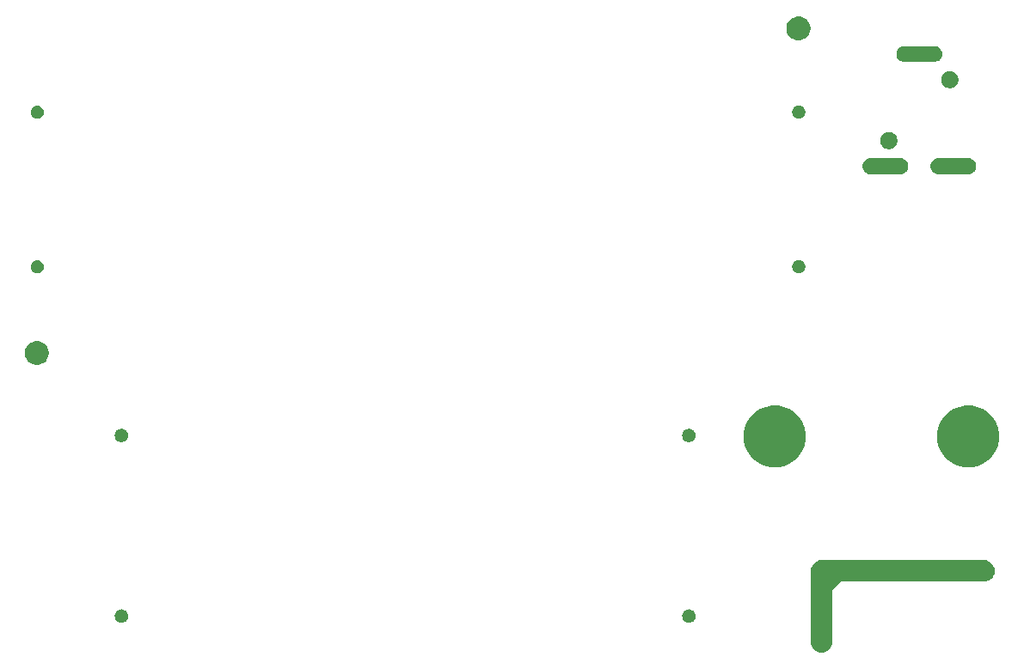
<source format=gbs>
G04 #@! TF.GenerationSoftware,KiCad,Pcbnew,(5.1.4)-1*
G04 #@! TF.CreationDate,2020-01-21T23:00:38-08:00*
G04 #@! TF.ProjectId,Light_intensity_data_logger,4c696768-745f-4696-9e74-656e73697479,rev?*
G04 #@! TF.SameCoordinates,Original*
G04 #@! TF.FileFunction,Soldermask,Bot*
G04 #@! TF.FilePolarity,Negative*
%FSLAX46Y46*%
G04 Gerber Fmt 4.6, Leading zero omitted, Abs format (unit mm)*
G04 Created by KiCad (PCBNEW (5.1.4)-1) date 2020-01-21 23:00:38*
%MOMM*%
%LPD*%
G04 APERTURE LIST*
%ADD10C,0.100000*%
G04 APERTURE END LIST*
D10*
X141596000Y-92446000D02*
G75*
G03X141596000Y-92446000I-646000J0D01*
G01*
X85716000Y-92446000D02*
G75*
G03X85716000Y-92446000I-646000J0D01*
G01*
X85716000Y-74636000D02*
G75*
G03X85716000Y-74636000I-646000J0D01*
G01*
X141596000Y-74636000D02*
G75*
G03X141596000Y-74636000I-646000J0D01*
G01*
G36*
X154055519Y-86928398D02*
G01*
X154067771Y-86929000D01*
X170061631Y-86929000D01*
X170113097Y-86934069D01*
X170216032Y-86944207D01*
X170414146Y-87004305D01*
X170414149Y-87004306D01*
X170494394Y-87047198D01*
X170596729Y-87101897D01*
X170756765Y-87233235D01*
X170888103Y-87393271D01*
X170933939Y-87479025D01*
X170985694Y-87575851D01*
X170985695Y-87575854D01*
X171045793Y-87773968D01*
X171066085Y-87980000D01*
X171045793Y-88186032D01*
X171032781Y-88228926D01*
X170985694Y-88384149D01*
X170933939Y-88480975D01*
X170888103Y-88566729D01*
X170756765Y-88726765D01*
X170596729Y-88858103D01*
X170510975Y-88903939D01*
X170414149Y-88955694D01*
X170414146Y-88955695D01*
X170216032Y-89015793D01*
X170113097Y-89025931D01*
X170061631Y-89031000D01*
X155997115Y-89031000D01*
X155972729Y-89033402D01*
X155949280Y-89040515D01*
X155927669Y-89052066D01*
X155908731Y-89067607D01*
X155097605Y-89878733D01*
X155082066Y-89897668D01*
X155070515Y-89919279D01*
X155063402Y-89942728D01*
X155061000Y-89967114D01*
X155061000Y-95031630D01*
X155045793Y-95186032D01*
X154985695Y-95384146D01*
X154985694Y-95384149D01*
X154933939Y-95480975D01*
X154888103Y-95566729D01*
X154756765Y-95726765D01*
X154596729Y-95858103D01*
X154510975Y-95903939D01*
X154414149Y-95955694D01*
X154414146Y-95955695D01*
X154216032Y-96015793D01*
X154010000Y-96036085D01*
X153803969Y-96015793D01*
X153605855Y-95955695D01*
X153605852Y-95955694D01*
X153509026Y-95903939D01*
X153423272Y-95858103D01*
X153263236Y-95726765D01*
X153131898Y-95566729D01*
X153086062Y-95480975D01*
X153034307Y-95384149D01*
X153034306Y-95384146D01*
X152974208Y-95186032D01*
X152959001Y-95031630D01*
X152959000Y-88037771D01*
X152958398Y-88025519D01*
X152953915Y-87980000D01*
X152959000Y-87928370D01*
X152974207Y-87773968D01*
X153034305Y-87575854D01*
X153034306Y-87575851D01*
X153086061Y-87479025D01*
X153131897Y-87393271D01*
X153263235Y-87233235D01*
X153423271Y-87101897D01*
X153525606Y-87047198D01*
X153605851Y-87004306D01*
X153605854Y-87004305D01*
X153803968Y-86944207D01*
X153900752Y-86934675D01*
X153964481Y-86928398D01*
X154010000Y-86923915D01*
X154055519Y-86928398D01*
X154055519Y-86928398D01*
G37*
G36*
X141138431Y-91824825D02*
G01*
X141255995Y-91873521D01*
X141361801Y-91944219D01*
X141451781Y-92034199D01*
X141522479Y-92140005D01*
X141571175Y-92257569D01*
X141596000Y-92382373D01*
X141596000Y-92509627D01*
X141571175Y-92634431D01*
X141522479Y-92751995D01*
X141451781Y-92857801D01*
X141361801Y-92947781D01*
X141255995Y-93018479D01*
X141138431Y-93067175D01*
X141013627Y-93092000D01*
X140886373Y-93092000D01*
X140761569Y-93067175D01*
X140644005Y-93018479D01*
X140538199Y-92947781D01*
X140448219Y-92857801D01*
X140377521Y-92751995D01*
X140328825Y-92634431D01*
X140304000Y-92509627D01*
X140304000Y-92382373D01*
X140328825Y-92257569D01*
X140377521Y-92140005D01*
X140448219Y-92034199D01*
X140538199Y-91944219D01*
X140644005Y-91873521D01*
X140761569Y-91824825D01*
X140886373Y-91800000D01*
X141013627Y-91800000D01*
X141138431Y-91824825D01*
X141138431Y-91824825D01*
G37*
G36*
X85258431Y-91824825D02*
G01*
X85375995Y-91873521D01*
X85481801Y-91944219D01*
X85571781Y-92034199D01*
X85642479Y-92140005D01*
X85691175Y-92257569D01*
X85716000Y-92382373D01*
X85716000Y-92509627D01*
X85691175Y-92634431D01*
X85642479Y-92751995D01*
X85571781Y-92857801D01*
X85481801Y-92947781D01*
X85375995Y-93018479D01*
X85258431Y-93067175D01*
X85133627Y-93092000D01*
X85006373Y-93092000D01*
X84881569Y-93067175D01*
X84764005Y-93018479D01*
X84658199Y-92947781D01*
X84568219Y-92857801D01*
X84497521Y-92751995D01*
X84448825Y-92634431D01*
X84424000Y-92509627D01*
X84424000Y-92382373D01*
X84448825Y-92257569D01*
X84497521Y-92140005D01*
X84568219Y-92034199D01*
X84658199Y-91944219D01*
X84764005Y-91873521D01*
X84881569Y-91824825D01*
X85006373Y-91800000D01*
X85133627Y-91800000D01*
X85258431Y-91824825D01*
X85258431Y-91824825D01*
G37*
G36*
X169339943Y-71796248D02*
G01*
X169895189Y-72026238D01*
X169895190Y-72026239D01*
X170394899Y-72360134D01*
X170819866Y-72785101D01*
X170819867Y-72785103D01*
X171153762Y-73284811D01*
X171383752Y-73840057D01*
X171501000Y-74429501D01*
X171501000Y-75030499D01*
X171383752Y-75619943D01*
X171153762Y-76175189D01*
X171153761Y-76175190D01*
X170819866Y-76674899D01*
X170394899Y-77099866D01*
X170143347Y-77267948D01*
X169895189Y-77433762D01*
X169339943Y-77663752D01*
X168750499Y-77781000D01*
X168149501Y-77781000D01*
X167560057Y-77663752D01*
X167004811Y-77433762D01*
X166756653Y-77267948D01*
X166505101Y-77099866D01*
X166080134Y-76674899D01*
X165746239Y-76175190D01*
X165746238Y-76175189D01*
X165516248Y-75619943D01*
X165399000Y-75030499D01*
X165399000Y-74429501D01*
X165516248Y-73840057D01*
X165746238Y-73284811D01*
X166080133Y-72785103D01*
X166080134Y-72785101D01*
X166505101Y-72360134D01*
X167004810Y-72026239D01*
X167004811Y-72026238D01*
X167560057Y-71796248D01*
X168149501Y-71679000D01*
X168750499Y-71679000D01*
X169339943Y-71796248D01*
X169339943Y-71796248D01*
G37*
G36*
X150289943Y-71796248D02*
G01*
X150845189Y-72026238D01*
X150845190Y-72026239D01*
X151344899Y-72360134D01*
X151769866Y-72785101D01*
X151769867Y-72785103D01*
X152103762Y-73284811D01*
X152333752Y-73840057D01*
X152451000Y-74429501D01*
X152451000Y-75030499D01*
X152333752Y-75619943D01*
X152103762Y-76175189D01*
X152103761Y-76175190D01*
X151769866Y-76674899D01*
X151344899Y-77099866D01*
X151093347Y-77267948D01*
X150845189Y-77433762D01*
X150289943Y-77663752D01*
X149700499Y-77781000D01*
X149099501Y-77781000D01*
X148510057Y-77663752D01*
X147954811Y-77433762D01*
X147706653Y-77267948D01*
X147455101Y-77099866D01*
X147030134Y-76674899D01*
X146696239Y-76175190D01*
X146696238Y-76175189D01*
X146466248Y-75619943D01*
X146349000Y-75030499D01*
X146349000Y-74429501D01*
X146466248Y-73840057D01*
X146696238Y-73284811D01*
X147030133Y-72785103D01*
X147030134Y-72785101D01*
X147455101Y-72360134D01*
X147954810Y-72026239D01*
X147954811Y-72026238D01*
X148510057Y-71796248D01*
X149099501Y-71679000D01*
X149700499Y-71679000D01*
X150289943Y-71796248D01*
X150289943Y-71796248D01*
G37*
G36*
X141138431Y-74014825D02*
G01*
X141255995Y-74063521D01*
X141361801Y-74134219D01*
X141451781Y-74224199D01*
X141522479Y-74330005D01*
X141571175Y-74447569D01*
X141596000Y-74572373D01*
X141596000Y-74699627D01*
X141571175Y-74824431D01*
X141522479Y-74941995D01*
X141451781Y-75047801D01*
X141361801Y-75137781D01*
X141255995Y-75208479D01*
X141138431Y-75257175D01*
X141013627Y-75282000D01*
X140886373Y-75282000D01*
X140761569Y-75257175D01*
X140644005Y-75208479D01*
X140538199Y-75137781D01*
X140448219Y-75047801D01*
X140377521Y-74941995D01*
X140328825Y-74824431D01*
X140304000Y-74699627D01*
X140304000Y-74572373D01*
X140328825Y-74447569D01*
X140377521Y-74330005D01*
X140448219Y-74224199D01*
X140538199Y-74134219D01*
X140644005Y-74063521D01*
X140761569Y-74014825D01*
X140886373Y-73990000D01*
X141013627Y-73990000D01*
X141138431Y-74014825D01*
X141138431Y-74014825D01*
G37*
G36*
X85258431Y-74014825D02*
G01*
X85375995Y-74063521D01*
X85481801Y-74134219D01*
X85571781Y-74224199D01*
X85642479Y-74330005D01*
X85691175Y-74447569D01*
X85716000Y-74572373D01*
X85716000Y-74699627D01*
X85691175Y-74824431D01*
X85642479Y-74941995D01*
X85571781Y-75047801D01*
X85481801Y-75137781D01*
X85375995Y-75208479D01*
X85258431Y-75257175D01*
X85133627Y-75282000D01*
X85006373Y-75282000D01*
X84881569Y-75257175D01*
X84764005Y-75208479D01*
X84658199Y-75137781D01*
X84568219Y-75047801D01*
X84497521Y-74941995D01*
X84448825Y-74824431D01*
X84424000Y-74699627D01*
X84424000Y-74572373D01*
X84448825Y-74447569D01*
X84497521Y-74330005D01*
X84568219Y-74224199D01*
X84658199Y-74134219D01*
X84764005Y-74063521D01*
X84881569Y-74014825D01*
X85006373Y-73990000D01*
X85133627Y-73990000D01*
X85258431Y-74014825D01*
X85258431Y-74014825D01*
G37*
G36*
X76931980Y-65328824D02*
G01*
X77083447Y-65358953D01*
X77297465Y-65447602D01*
X77297466Y-65447603D01*
X77490074Y-65576299D01*
X77653881Y-65740106D01*
X77739678Y-65868511D01*
X77782578Y-65932715D01*
X77871227Y-66146733D01*
X77916420Y-66373934D01*
X77916420Y-66605586D01*
X77871227Y-66832787D01*
X77782578Y-67046805D01*
X77782577Y-67046806D01*
X77653881Y-67239414D01*
X77490074Y-67403221D01*
X77361669Y-67489018D01*
X77297465Y-67531918D01*
X77083447Y-67620567D01*
X76931980Y-67650696D01*
X76856247Y-67665760D01*
X76624593Y-67665760D01*
X76548860Y-67650696D01*
X76397393Y-67620567D01*
X76183375Y-67531918D01*
X76119171Y-67489018D01*
X75990766Y-67403221D01*
X75826959Y-67239414D01*
X75698263Y-67046806D01*
X75698262Y-67046805D01*
X75609613Y-66832787D01*
X75564420Y-66605586D01*
X75564420Y-66373934D01*
X75609613Y-66146733D01*
X75698262Y-65932715D01*
X75741162Y-65868511D01*
X75826959Y-65740106D01*
X75990766Y-65576299D01*
X76183374Y-65447603D01*
X76183375Y-65447602D01*
X76397393Y-65358953D01*
X76548860Y-65328824D01*
X76624593Y-65313760D01*
X76856247Y-65313760D01*
X76931980Y-65328824D01*
X76931980Y-65328824D01*
G37*
G36*
X76968431Y-57378825D02*
G01*
X77085995Y-57427521D01*
X77191801Y-57498219D01*
X77281781Y-57588199D01*
X77352479Y-57694005D01*
X77401175Y-57811569D01*
X77426000Y-57936373D01*
X77426000Y-58063627D01*
X77401175Y-58188431D01*
X77352479Y-58305995D01*
X77281781Y-58411801D01*
X77191801Y-58501781D01*
X77085995Y-58572479D01*
X76968431Y-58621175D01*
X76843627Y-58646000D01*
X76716373Y-58646000D01*
X76591569Y-58621175D01*
X76474005Y-58572479D01*
X76368199Y-58501781D01*
X76278219Y-58411801D01*
X76207521Y-58305995D01*
X76158825Y-58188431D01*
X76134000Y-58063627D01*
X76134000Y-57936373D01*
X76158825Y-57811569D01*
X76207521Y-57694005D01*
X76278219Y-57588199D01*
X76368199Y-57498219D01*
X76474005Y-57427521D01*
X76591569Y-57378825D01*
X76716373Y-57354000D01*
X76843627Y-57354000D01*
X76968431Y-57378825D01*
X76968431Y-57378825D01*
G37*
G36*
X151948431Y-57358825D02*
G01*
X152065995Y-57407521D01*
X152171801Y-57478219D01*
X152261781Y-57568199D01*
X152332479Y-57674005D01*
X152381175Y-57791569D01*
X152406000Y-57916373D01*
X152406000Y-58043627D01*
X152381175Y-58168431D01*
X152332479Y-58285995D01*
X152261781Y-58391801D01*
X152171801Y-58481781D01*
X152065995Y-58552479D01*
X151948431Y-58601175D01*
X151823627Y-58626000D01*
X151696373Y-58626000D01*
X151571569Y-58601175D01*
X151454005Y-58552479D01*
X151348199Y-58481781D01*
X151258219Y-58391801D01*
X151187521Y-58285995D01*
X151138825Y-58168431D01*
X151114000Y-58043627D01*
X151114000Y-57916373D01*
X151138825Y-57791569D01*
X151187521Y-57674005D01*
X151258219Y-57568199D01*
X151348199Y-57478219D01*
X151454005Y-57407521D01*
X151571569Y-57358825D01*
X151696373Y-57334000D01*
X151823627Y-57334000D01*
X151948431Y-57358825D01*
X151948431Y-57358825D01*
G37*
G36*
X161917121Y-47320228D02*
G01*
X162063402Y-47364602D01*
X162198204Y-47436655D01*
X162316369Y-47533631D01*
X162413345Y-47651796D01*
X162485398Y-47786598D01*
X162529772Y-47932879D01*
X162544754Y-48085000D01*
X162529772Y-48237121D01*
X162485398Y-48383402D01*
X162413345Y-48518204D01*
X162316369Y-48636369D01*
X162198204Y-48733345D01*
X162063402Y-48805398D01*
X161917121Y-48849772D01*
X161803118Y-48861000D01*
X158776882Y-48861000D01*
X158662879Y-48849772D01*
X158516598Y-48805398D01*
X158381796Y-48733345D01*
X158263631Y-48636369D01*
X158166655Y-48518204D01*
X158094602Y-48383402D01*
X158050228Y-48237121D01*
X158035246Y-48085000D01*
X158050228Y-47932879D01*
X158094602Y-47786598D01*
X158166655Y-47651796D01*
X158263631Y-47533631D01*
X158381796Y-47436655D01*
X158516598Y-47364602D01*
X158662879Y-47320228D01*
X158776882Y-47309000D01*
X161803118Y-47309000D01*
X161917121Y-47320228D01*
X161917121Y-47320228D01*
G37*
G36*
X168617121Y-47320228D02*
G01*
X168763402Y-47364602D01*
X168898204Y-47436655D01*
X169016369Y-47533631D01*
X169113345Y-47651796D01*
X169185398Y-47786598D01*
X169229772Y-47932879D01*
X169244754Y-48085000D01*
X169229772Y-48237121D01*
X169185398Y-48383402D01*
X169113345Y-48518204D01*
X169016369Y-48636369D01*
X168898204Y-48733345D01*
X168763402Y-48805398D01*
X168617121Y-48849772D01*
X168503118Y-48861000D01*
X165476882Y-48861000D01*
X165362879Y-48849772D01*
X165216598Y-48805398D01*
X165081796Y-48733345D01*
X164963631Y-48636369D01*
X164866655Y-48518204D01*
X164794602Y-48383402D01*
X164750228Y-48237121D01*
X164735246Y-48085000D01*
X164750228Y-47932879D01*
X164794602Y-47786598D01*
X164866655Y-47651796D01*
X164963631Y-47533631D01*
X165081796Y-47436655D01*
X165216598Y-47364602D01*
X165362879Y-47320228D01*
X165476882Y-47309000D01*
X168503118Y-47309000D01*
X168617121Y-47320228D01*
X168617121Y-47320228D01*
G37*
G36*
X160888228Y-44741703D02*
G01*
X161043100Y-44805853D01*
X161182481Y-44898985D01*
X161301015Y-45017519D01*
X161394147Y-45156900D01*
X161458297Y-45311772D01*
X161491000Y-45476184D01*
X161491000Y-45643816D01*
X161458297Y-45808228D01*
X161394147Y-45963100D01*
X161301015Y-46102481D01*
X161182481Y-46221015D01*
X161043100Y-46314147D01*
X160888228Y-46378297D01*
X160723816Y-46411000D01*
X160556184Y-46411000D01*
X160391772Y-46378297D01*
X160236900Y-46314147D01*
X160097519Y-46221015D01*
X159978985Y-46102481D01*
X159885853Y-45963100D01*
X159821703Y-45808228D01*
X159789000Y-45643816D01*
X159789000Y-45476184D01*
X159821703Y-45311772D01*
X159885853Y-45156900D01*
X159978985Y-45017519D01*
X160097519Y-44898985D01*
X160236900Y-44805853D01*
X160391772Y-44741703D01*
X160556184Y-44709000D01*
X160723816Y-44709000D01*
X160888228Y-44741703D01*
X160888228Y-44741703D01*
G37*
G36*
X76968431Y-42138825D02*
G01*
X77085995Y-42187521D01*
X77191801Y-42258219D01*
X77281781Y-42348199D01*
X77352479Y-42454005D01*
X77401175Y-42571569D01*
X77426000Y-42696373D01*
X77426000Y-42823627D01*
X77401175Y-42948431D01*
X77352479Y-43065995D01*
X77281781Y-43171801D01*
X77191801Y-43261781D01*
X77085995Y-43332479D01*
X76968431Y-43381175D01*
X76843627Y-43406000D01*
X76716373Y-43406000D01*
X76591569Y-43381175D01*
X76474005Y-43332479D01*
X76368199Y-43261781D01*
X76278219Y-43171801D01*
X76207521Y-43065995D01*
X76158825Y-42948431D01*
X76134000Y-42823627D01*
X76134000Y-42696373D01*
X76158825Y-42571569D01*
X76207521Y-42454005D01*
X76278219Y-42348199D01*
X76368199Y-42258219D01*
X76474005Y-42187521D01*
X76591569Y-42138825D01*
X76716373Y-42114000D01*
X76843627Y-42114000D01*
X76968431Y-42138825D01*
X76968431Y-42138825D01*
G37*
G36*
X151948431Y-42118825D02*
G01*
X152065995Y-42167521D01*
X152171801Y-42238219D01*
X152261781Y-42328199D01*
X152332479Y-42434005D01*
X152381175Y-42551569D01*
X152406000Y-42676373D01*
X152406000Y-42803627D01*
X152381175Y-42928431D01*
X152332479Y-43045995D01*
X152261781Y-43151801D01*
X152171801Y-43241781D01*
X152065995Y-43312479D01*
X151948431Y-43361175D01*
X151823627Y-43386000D01*
X151696373Y-43386000D01*
X151571569Y-43361175D01*
X151454005Y-43312479D01*
X151348199Y-43241781D01*
X151258219Y-43151801D01*
X151187521Y-43045995D01*
X151138825Y-42928431D01*
X151114000Y-42803627D01*
X151114000Y-42676373D01*
X151138825Y-42551569D01*
X151187521Y-42434005D01*
X151258219Y-42328199D01*
X151348199Y-42238219D01*
X151454005Y-42167521D01*
X151571569Y-42118825D01*
X151696373Y-42094000D01*
X151823627Y-42094000D01*
X151948431Y-42118825D01*
X151948431Y-42118825D01*
G37*
G36*
X166888228Y-38741703D02*
G01*
X167043100Y-38805853D01*
X167182481Y-38898985D01*
X167301015Y-39017519D01*
X167394147Y-39156900D01*
X167458297Y-39311772D01*
X167491000Y-39476184D01*
X167491000Y-39643816D01*
X167458297Y-39808228D01*
X167394147Y-39963100D01*
X167301015Y-40102481D01*
X167182481Y-40221015D01*
X167043100Y-40314147D01*
X166888228Y-40378297D01*
X166723816Y-40411000D01*
X166556184Y-40411000D01*
X166391772Y-40378297D01*
X166236900Y-40314147D01*
X166097519Y-40221015D01*
X165978985Y-40102481D01*
X165885853Y-39963100D01*
X165821703Y-39808228D01*
X165789000Y-39643816D01*
X165789000Y-39476184D01*
X165821703Y-39311772D01*
X165885853Y-39156900D01*
X165978985Y-39017519D01*
X166097519Y-38898985D01*
X166236900Y-38805853D01*
X166391772Y-38741703D01*
X166556184Y-38709000D01*
X166723816Y-38709000D01*
X166888228Y-38741703D01*
X166888228Y-38741703D01*
G37*
G36*
X165267121Y-36270228D02*
G01*
X165413402Y-36314602D01*
X165548204Y-36386655D01*
X165666369Y-36483631D01*
X165763345Y-36601796D01*
X165835398Y-36736598D01*
X165879772Y-36882879D01*
X165894754Y-37035000D01*
X165879772Y-37187121D01*
X165835398Y-37333402D01*
X165763345Y-37468204D01*
X165666369Y-37586369D01*
X165548204Y-37683345D01*
X165413402Y-37755398D01*
X165267121Y-37799772D01*
X165153118Y-37811000D01*
X162126882Y-37811000D01*
X162012879Y-37799772D01*
X161866598Y-37755398D01*
X161731796Y-37683345D01*
X161613631Y-37586369D01*
X161516655Y-37468204D01*
X161444602Y-37333402D01*
X161400228Y-37187121D01*
X161385246Y-37035000D01*
X161400228Y-36882879D01*
X161444602Y-36736598D01*
X161516655Y-36601796D01*
X161613631Y-36483631D01*
X161731796Y-36386655D01*
X161866598Y-36314602D01*
X162012879Y-36270228D01*
X162126882Y-36259000D01*
X165153118Y-36259000D01*
X165267121Y-36270228D01*
X165267121Y-36270228D01*
G37*
G36*
X151931980Y-33328824D02*
G01*
X152083447Y-33358953D01*
X152297465Y-33447602D01*
X152297466Y-33447603D01*
X152490074Y-33576299D01*
X152653881Y-33740106D01*
X152739678Y-33868511D01*
X152782578Y-33932715D01*
X152871227Y-34146733D01*
X152916420Y-34373934D01*
X152916420Y-34605586D01*
X152871227Y-34832787D01*
X152782578Y-35046805D01*
X152782577Y-35046806D01*
X152653881Y-35239414D01*
X152490074Y-35403221D01*
X152361669Y-35489018D01*
X152297465Y-35531918D01*
X152083447Y-35620567D01*
X151931980Y-35650696D01*
X151856247Y-35665760D01*
X151624593Y-35665760D01*
X151548860Y-35650696D01*
X151397393Y-35620567D01*
X151183375Y-35531918D01*
X151119171Y-35489018D01*
X150990766Y-35403221D01*
X150826959Y-35239414D01*
X150698263Y-35046806D01*
X150698262Y-35046805D01*
X150609613Y-34832787D01*
X150564420Y-34605586D01*
X150564420Y-34373934D01*
X150609613Y-34146733D01*
X150698262Y-33932715D01*
X150741162Y-33868511D01*
X150826959Y-33740106D01*
X150990766Y-33576299D01*
X151183374Y-33447603D01*
X151183375Y-33447602D01*
X151397393Y-33358953D01*
X151548860Y-33328824D01*
X151624593Y-33313760D01*
X151856247Y-33313760D01*
X151931980Y-33328824D01*
X151931980Y-33328824D01*
G37*
M02*

</source>
